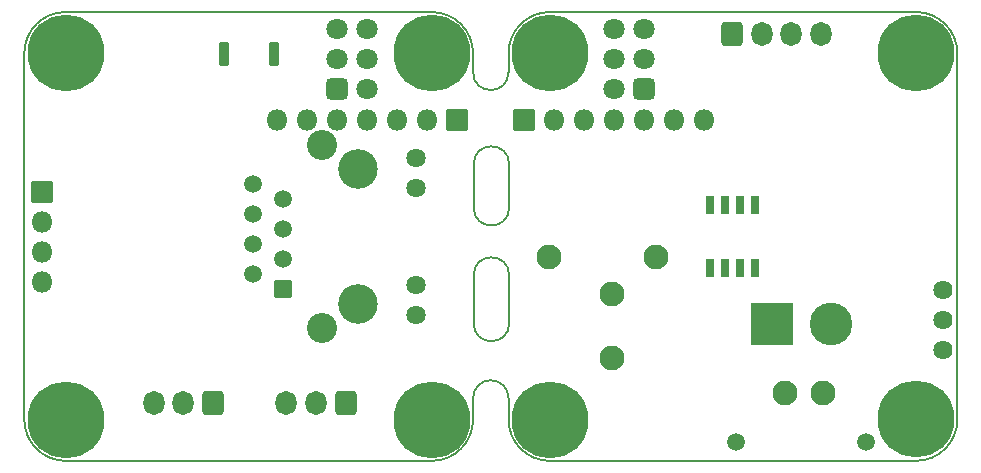
<source format=gbr>
%TF.GenerationSoftware,KiCad,Pcbnew,(7.0.0-0)*%
%TF.CreationDate,2023-05-24T17:39:12+02:00*%
%TF.ProjectId,ethersweep,65746865-7273-4776-9565-702e6b696361,2.0.1*%
%TF.SameCoordinates,Original*%
%TF.FileFunction,Soldermask,Bot*%
%TF.FilePolarity,Negative*%
%FSLAX46Y46*%
G04 Gerber Fmt 4.6, Leading zero omitted, Abs format (unit mm)*
G04 Created by KiCad (PCBNEW (7.0.0-0)) date 2023-05-24 17:39:12*
%MOMM*%
%LPD*%
G01*
G04 APERTURE LIST*
G04 Aperture macros list*
%AMRoundRect*
0 Rectangle with rounded corners*
0 $1 Rounding radius*
0 $2 $3 $4 $5 $6 $7 $8 $9 X,Y pos of 4 corners*
0 Add a 4 corners polygon primitive as box body*
4,1,4,$2,$3,$4,$5,$6,$7,$8,$9,$2,$3,0*
0 Add four circle primitives for the rounded corners*
1,1,$1+$1,$2,$3*
1,1,$1+$1,$4,$5*
1,1,$1+$1,$6,$7*
1,1,$1+$1,$8,$9*
0 Add four rect primitives between the rounded corners*
20,1,$1+$1,$2,$3,$4,$5,0*
20,1,$1+$1,$4,$5,$6,$7,0*
20,1,$1+$1,$6,$7,$8,$9,0*
20,1,$1+$1,$8,$9,$2,$3,0*%
G04 Aperture macros list end*
%ADD10C,3.352000*%
%ADD11RoundRect,0.051000X-0.699000X0.699000X-0.699000X-0.699000X0.699000X-0.699000X0.699000X0.699000X0*%
%ADD12C,1.500000*%
%ADD13C,1.632000*%
%ADD14C,2.547000*%
%ADD15C,0.902000*%
%ADD16C,6.502000*%
%ADD17RoundRect,0.301000X0.600000X0.600000X-0.600000X0.600000X-0.600000X-0.600000X0.600000X-0.600000X0*%
%ADD18C,1.802000*%
%ADD19C,1.626000*%
%ADD20C,1.502000*%
%ADD21RoundRect,0.051000X1.750000X1.750000X-1.750000X1.750000X-1.750000X-1.750000X1.750000X-1.750000X0*%
%ADD22C,3.602000*%
%ADD23RoundRect,0.051000X-0.850000X0.850000X-0.850000X-0.850000X0.850000X-0.850000X0.850000X0.850000X0*%
%ADD24O,1.802000X1.802000*%
%ADD25RoundRect,0.301000X0.600000X0.725000X-0.600000X0.725000X-0.600000X-0.725000X0.600000X-0.725000X0*%
%ADD26O,1.802000X2.052000*%
%ADD27RoundRect,0.051000X0.850000X-0.850000X0.850000X0.850000X-0.850000X0.850000X-0.850000X-0.850000X0*%
%ADD28RoundRect,0.301000X-0.600000X-0.725000X0.600000X-0.725000X0.600000X0.725000X-0.600000X0.725000X0*%
%ADD29RoundRect,0.301000X-0.600000X-0.600000X0.600000X-0.600000X0.600000X0.600000X-0.600000X0.600000X0*%
%ADD30RoundRect,0.051000X0.850000X0.850000X-0.850000X0.850000X-0.850000X-0.850000X0.850000X-0.850000X0*%
%ADD31RoundRect,0.251000X0.200000X0.800000X-0.200000X0.800000X-0.200000X-0.800000X0.200000X-0.800000X0*%
%ADD32RoundRect,0.051000X-0.300000X-0.700000X0.300000X-0.700000X0.300000X0.700000X-0.300000X0.700000X0*%
%ADD33C,2.102000*%
%TA.AperFunction,Profile*%
%ADD34C,0.150000*%
%TD*%
G04 APERTURE END LIST*
D10*
X174350000Y-39985000D03*
X174350000Y-51415000D03*
D11*
X168000000Y-50150000D03*
D12*
X165460000Y-48880000D03*
X168000000Y-47610000D03*
X165460000Y-46340000D03*
X168000000Y-45070000D03*
X165460000Y-43800000D03*
X168000000Y-42530000D03*
X165460000Y-41260000D03*
D13*
X179250000Y-52325000D03*
X179250000Y-49785000D03*
X179250000Y-41615000D03*
X179250000Y-39075000D03*
D14*
X171300000Y-53445000D03*
X171300000Y-37955000D03*
D15*
X178200000Y-30200000D03*
X178902944Y-28502944D03*
X178902944Y-31897056D03*
X180600000Y-27800000D03*
D16*
X180600000Y-30200000D03*
D15*
X180600000Y-32600000D03*
X182297056Y-28502944D03*
X182297056Y-31897056D03*
X183000000Y-30200000D03*
X147200000Y-30200000D03*
X147902944Y-28502944D03*
X147902944Y-31897056D03*
X149600000Y-27800000D03*
D16*
X149600000Y-30200000D03*
D15*
X149600000Y-32600000D03*
X151297056Y-28502944D03*
X151297056Y-31897056D03*
X152000000Y-30200000D03*
X147200000Y-61200000D03*
X147902944Y-59502944D03*
X147902944Y-62897056D03*
X149600000Y-58800000D03*
D16*
X149600000Y-61200000D03*
D15*
X149600000Y-63600000D03*
X151297056Y-59502944D03*
X151297056Y-62897056D03*
X152000000Y-61200000D03*
X178200000Y-61200000D03*
X178902944Y-59502944D03*
X178902944Y-62897056D03*
X180600000Y-58800000D03*
D16*
X180600000Y-61200000D03*
D15*
X180600000Y-63600000D03*
X182297056Y-59502944D03*
X182297056Y-62897056D03*
X183000000Y-61200000D03*
X188200000Y-30200000D03*
X188902944Y-28502944D03*
X188902944Y-31897056D03*
X190600000Y-27800000D03*
D16*
X190600000Y-30200000D03*
D15*
X190600000Y-32600000D03*
X192297056Y-28502944D03*
X192297056Y-31897056D03*
X193000000Y-30200000D03*
X219200000Y-30200000D03*
X219902944Y-28502944D03*
X219902944Y-31897056D03*
X221600000Y-27800000D03*
D16*
X221600000Y-30200000D03*
D15*
X221600000Y-32600000D03*
X223297056Y-28502944D03*
X223297056Y-31897056D03*
X224000000Y-30200000D03*
X188200000Y-61200000D03*
X188902944Y-59502944D03*
X188902944Y-62897056D03*
X190600000Y-58800000D03*
D16*
X190600000Y-61200000D03*
D15*
X190600000Y-63600000D03*
X192297056Y-59502944D03*
X192297056Y-62897056D03*
X193000000Y-61200000D03*
D17*
X198600000Y-33200000D03*
D18*
X196060000Y-33200000D03*
X198600000Y-30660000D03*
X196060000Y-30660000D03*
X198600000Y-28120000D03*
X196060000Y-28120000D03*
D15*
X219200000Y-61175001D03*
X219902944Y-59477945D03*
X219902944Y-62872057D03*
X221600000Y-58775001D03*
D16*
X221600000Y-61175001D03*
D15*
X221600000Y-63575001D03*
X223297056Y-59477945D03*
X223297056Y-62872057D03*
X224000000Y-61175001D03*
D19*
X223850000Y-55315000D03*
X223850000Y-52775000D03*
X223850000Y-50235000D03*
D20*
X217400000Y-63100000D03*
X206400000Y-63100000D03*
D21*
X209400000Y-53100000D03*
D22*
X214400000Y-53100000D03*
D23*
X182717600Y-35819000D03*
D24*
X180177599Y-35818999D03*
X177637599Y-35818999D03*
X175097599Y-35818999D03*
X172557599Y-35818999D03*
X170017599Y-35818999D03*
X167477599Y-35818999D03*
D25*
X173300000Y-59787500D03*
D26*
X170799999Y-59787499D03*
X168299999Y-59787499D03*
D25*
X162050000Y-59787500D03*
D26*
X159549999Y-59787499D03*
X157049999Y-59787499D03*
D27*
X188453000Y-35819000D03*
D24*
X190992999Y-35818999D03*
X193532999Y-35818999D03*
X196072999Y-35818999D03*
X198612999Y-35818999D03*
X201152999Y-35818999D03*
X203692999Y-35818999D03*
D28*
X206050000Y-28602500D03*
D26*
X208549999Y-28602499D03*
X211049999Y-28602499D03*
X213549999Y-28602499D03*
D29*
X172600000Y-33200000D03*
D18*
X175140000Y-33200000D03*
X172600000Y-30660000D03*
X175140000Y-30660000D03*
X172600000Y-28120000D03*
X175140000Y-28120000D03*
D30*
X147600000Y-41900000D03*
D24*
X147599999Y-44439999D03*
X147599999Y-46979999D03*
X147599999Y-49519999D03*
D31*
X167250000Y-30250000D03*
X163050000Y-30250000D03*
D32*
X204195000Y-43000000D03*
X205465000Y-43000000D03*
X206735000Y-43000000D03*
X208005000Y-43000000D03*
X208005000Y-48400000D03*
X206735000Y-48400000D03*
X205465000Y-48400000D03*
X204195000Y-48400000D03*
D33*
X195850000Y-55970000D03*
X213750000Y-58970000D03*
X195850000Y-50570000D03*
X210550000Y-58963000D03*
X199550000Y-47470000D03*
X190550000Y-47470000D03*
D34*
X184100000Y-31800000D02*
X184100000Y-30200000D01*
X184100000Y-60700000D02*
X184100000Y-59400000D01*
X180600000Y-26700000D02*
X149600000Y-26700000D01*
X149600000Y-26700000D02*
G75*
G03*
X146100000Y-30200000I0J-3500000D01*
G01*
X184100000Y-30200000D02*
G75*
G03*
X180600000Y-26700000I-3500000J0D01*
G01*
X180600000Y-64700000D02*
G75*
G03*
X184100000Y-61200000I0J3500000D01*
G01*
X146100000Y-30200000D02*
X146100000Y-61200000D01*
X149600000Y-64700000D02*
X180600000Y-64700000D01*
X146100000Y-61200000D02*
G75*
G03*
X149600000Y-64700000I3500000J0D01*
G01*
X184100000Y-61200000D02*
X184100000Y-60700000D01*
X225100000Y-61200000D02*
X225100000Y-30200000D01*
X190600000Y-64700000D02*
X221600000Y-64700000D01*
X187100000Y-61200000D02*
G75*
G03*
X190600000Y-64700000I3500000J0D01*
G01*
X221600000Y-64700000D02*
G75*
G03*
X225100000Y-61200000I0J3500000D01*
G01*
X190600000Y-26700000D02*
G75*
G03*
X187100000Y-30200000I0J-3500000D01*
G01*
X190600000Y-26700000D02*
X221600000Y-26700000D01*
X187100000Y-30200000D02*
X187100000Y-30700000D01*
X187100000Y-61200000D02*
X187100000Y-59400000D01*
X187100000Y-31800000D02*
X187100000Y-30700000D01*
X225100000Y-30200000D02*
G75*
G03*
X221600000Y-26700000I-3500000J0D01*
G01*
X187150000Y-48970000D02*
G75*
G03*
X184150000Y-48970000I-1500000J0D01*
G01*
X187150000Y-39570000D02*
G75*
G03*
X184150000Y-39570000I-1500000J0D01*
G01*
X187100000Y-59400000D02*
G75*
G03*
X184100000Y-59400000I-1500000J30019D01*
G01*
X184150000Y-53070000D02*
X184150000Y-48970000D01*
X184150000Y-43270000D02*
X184150000Y-39570000D01*
X184150000Y-43270000D02*
G75*
G03*
X187150000Y-43270000I1500000J0D01*
G01*
X184100000Y-31800000D02*
G75*
G03*
X187100000Y-31800000I1500000J0D01*
G01*
X187150000Y-39570000D02*
X187150000Y-43270000D01*
X187150000Y-48970000D02*
X187150000Y-53070000D01*
X184150000Y-53070000D02*
G75*
G03*
X187150000Y-53070000I1500000J0D01*
G01*
M02*

</source>
